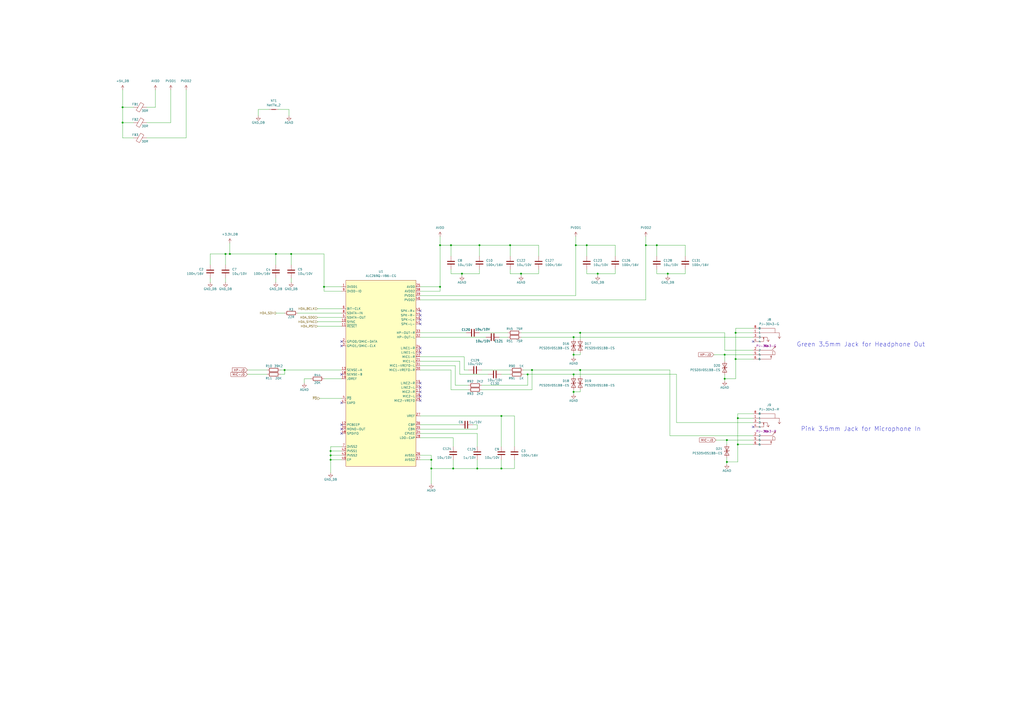
<source format=kicad_sch>
(kicad_sch (version 20250114) (generator "eeschema") (generator_version "9.0")
  (paper "A2")
  (title_block (title "LattePanda Mu Console") (date "2025-07-30") (rev "V1.0"))
  (lib_symbols
    (symbol "Device:C" (pin_numbers (hide yes)) (pin_names (offset 0.254))
      (property "Reference" "C" (at 0.635 2.54 0))
      (property "Value" "C" (at 0.635 -2.54 0))
      (symbol "C_0_1"
        (polyline (pts (xy -2.032 0.762) (xy 2.032 0.762)) (stroke (width 0.508)))
        (polyline (pts (xy -2.032 -0.762) (xy 2.032 -0.762)) (stroke (width 0.508)))
      )
      (symbol "C_1_1"
        (pin passive line (at 0 3.81 270) (length 2.794) (name "~") (number "1"))
        (pin passive line (at 0 -3.81 90) (length 2.794) (name "~") (number "2"))
      )
    )
    (symbol "Device:FerriteBead" (pin_numbers (hide yes)) (pin_names (offset 0))
      (property "Reference" "FB" (at -3.81 0.635 90))
      (property "Value" "FerriteBead" (at 3.81 0 90))
      (symbol "FerriteBead_0_1"
        (polyline (pts (xy -2.7686 0.4064) (xy -1.7018 2.2606) (xy 2.7686 -0.3048) (xy 1.6764 -2.159) (xy -2.7686 0.4064)))
        (polyline (pts (xy 0 1.27) (xy 0 1.2954)))
        (polyline (pts (xy 0 -1.27) (xy 0 -1.2192)))
      )
      (symbol "FerriteBead_1_1"
        (pin passive line (at 0 3.81 270) (length 2.54) (name "~") (number "1"))
        (pin passive line (at 0 -3.81 90) (length 2.54) (name "~") (number "2"))
      )
    )
    (symbol "Device:NetTie_2" (pin_numbers (hide yes)) (pin_names (offset 0) (hide yes)) (in_bom no)
      (property "Reference" "NT" (at 0 1.27 0))
      (property "Value" "NetTie_2" (at 0 -1.27 0))
      (symbol "NetTie_2_0_1"
        (polyline (pts (xy -1.27 0) (xy 1.27 0)) (stroke (width 0.254)))
      )
      (symbol "NetTie_2_1_1"
        (pin passive line (at -2.54 0 0) (length 2.54) (name "1") (number "1"))
        (pin passive line (at 2.54 0 180) (length 2.54) (name "2") (number "2"))
      )
    )
    (symbol "Device:R" (pin_numbers (hide yes)) (pin_names (offset 0))
      (property "Reference" "R" (at 2.032 0 90))
      (property "Value" "R" (at 0 0 90))
      (symbol "R_0_1"
        (rectangle (start -1.016 -2.54) (end 1.016 2.54) (stroke (width 0.254)))
      )
      (symbol "R_1_1"
        (pin passive line (at 0 3.81 270) (length 1.27) (name "~") (number "1"))
        (pin passive line (at 0 -3.81 90) (length 1.27) (name "~") (number "2"))
      )
    )
    (symbol "Diode:ESD9B5.0ST5G" (pin_numbers (hide yes)) (pin_names (offset 1.016) (hide yes))
      (property "Reference" "D" (at 0 2.54 0))
      (property "Value" "ESD9B5.0ST5G" (at 0 -2.54 0))
      (symbol "ESD9B5.0ST5G_0_1"
        (polyline (pts (xy -2.54 -1.27) (xy 0 0) (xy -2.54 1.27) (xy -2.54 -1.27)) (stroke (width 0.2032)))
        (polyline (pts (xy 0.508 1.27) (xy 0 1.27) (xy 0 -1.27) (xy -0.508 -1.27)) (stroke (width 0.2032)))
        (polyline (pts (xy 1.27 0) (xy -1.27 0)))
        (polyline (pts (xy 2.54 1.27) (xy 2.54 -1.27) (xy 0 0) (xy 2.54 1.27)) (stroke (width 0.2032)))
      )
      (symbol "ESD9B5.0ST5G_1_1"
        (pin passive line (at -3.81 0 0) (length 2.54) (name "A1") (number "1"))
        (pin passive line (at 3.81 0 180) (length 2.54) (name "A2") (number "2"))
      )
    )
    (symbol "easyeda2kicad:ALC269Q-VB6-CG"
      (property "Reference" "U" (at 0 2.032 0))
      (property "Value" "ALC269Q-VB6-CG" (at 0 0 0))
      (symbol "ALC269Q-VB6-CG_0_1"
        (rectangle (start -20.32 -1.27) (end 20.32 -109.22) (fill (type background)))
      )
      (symbol "ALC269Q-VB6-CG_1_1"
        (pin unspecified line (at -22.86 -5.08 0) (length 2.54) (name "DVDD1") (number "1"))
        (pin unspecified line (at -22.86 -7.62 0) (length 2.54) (name "DVDD-IO") (number "9"))
        (pin unspecified line (at -22.86 -17.78 0) (length 2.54) (name "BIT-CLK") (number "6"))
        (pin unspecified line (at -22.86 -20.32 0) (length 2.54) (name "SDATA-IN") (number "8"))
        (pin unspecified line (at -22.86 -22.86 0) (length 2.54) (name "SDATA-OUT") (number "5"))
        (pin unspecified line (at -22.86 -25.4 0) (length 2.54) (name "SYNC") (number "10"))
        (pin unspecified line (at -22.86 -27.94 0) (length 2.54) (name "~{RESET}") (number "11"))
        (pin unspecified line (at -22.86 -36.83 0) (length 2.54) (name "GPIO0/DMIC-DATA") (number "2"))
        (pin unspecified line (at -22.86 -39.37 0) (length 2.54) (name "GPIO1/DMIC-CLK") (number "3"))
        (pin unspecified line (at -22.86 -53.34 0) (length 2.54) (name "SENSE-A") (number "13"))
        (pin unspecified line (at -22.86 -55.88 0) (length 2.54) (name "SENSE-B") (number "18"))
        (pin unspecified line (at -22.86 -58.42 0) (length 2.54) (name "JDREF") (number "19"))
        (pin unspecified line (at -22.86 -69.85 0) (length 2.54) (name "~{PD}") (number "4"))
        (pin unspecified line (at -22.86 -72.39 0) (length 2.54) (name "EAPD") (number "47"))
        (pin unspecified line (at -22.86 -85.09 0) (length 2.54) (name "PCBEEP") (number "12"))
        (pin unspecified line (at -22.86 -87.63 0) (length 2.54) (name "MONO-OUT") (number "20"))
        (pin unspecified line (at -22.86 -90.17 0) (length 2.54) (name "SPDIFO") (number "48"))
        (pin unspecified line (at -22.86 -97.79 0) (length 2.54) (name "DVSS2") (number "7"))
        (pin unspecified line (at -22.86 -100.33 0) (length 2.54) (name "PVSS1") (number "42"))
        (pin unspecified line (at -22.86 -102.87 0) (length 2.54) (name "PVSS2") (number "43"))
        (pin unspecified line (at -22.86 -105.41 0) (length 2.54) (name "EP") (number "49"))
        (pin unspecified line (at 22.86 -5.08 180) (length 2.54) (name "AVDD") (number "25"))
        (pin unspecified line (at 22.86 -7.62 180) (length 2.54) (name "AVDD2") (number "38"))
        (pin unspecified line (at 22.86 -10.16 180) (length 2.54) (name "PVDD1") (number "39"))
        (pin unspecified line (at 22.86 -12.7 180) (length 2.54) (name "PVDD2") (number "46"))
        (pin unspecified line (at 22.86 -19.05 180) (length 2.54) (name "SPK-R+") (number "45"))
        (pin unspecified line (at 22.86 -21.59 180) (length 2.54) (name "SPK-R-") (number "44"))
        (pin unspecified line (at 22.86 -24.13 180) (length 2.54) (name "SPK-L+") (number "40"))
        (pin unspecified line (at 22.86 -26.67 180) (length 2.54) (name "SPK-L-") (number "41"))
        (pin unspecified line (at 22.86 -31.75 180) (length 2.54) (name "HP-OUT-R") (number "33"))
        (pin unspecified line (at 22.86 -34.29 180) (length 2.54) (name "HP-OUT-L") (number "32"))
        (pin unspecified line (at 22.86 -40.64 180) (length 2.54) (name "LINE1-R") (number "24"))
        (pin unspecified line (at 22.86 -43.18 180) (length 2.54) (name "LINE1-L") (number "23"))
        (pin unspecified line (at 22.86 -45.72 180) (length 2.54) (name "MIC1-R") (number "22"))
        (pin unspecified line (at 22.86 -48.26 180) (length 2.54) (name "MIC1-L") (number "21"))
        (pin unspecified line (at 22.86 -50.8 180) (length 2.54) (name "MIC1-VREFO-L") (number "31"))
        (pin unspecified line (at 22.86 -53.34 180) (length 2.54) (name "MIC1-VREFO-R") (number "30"))
        (pin unspecified line (at 22.86 -60.96 180) (length 2.54) (name "LINE2-R") (number "15"))
        (pin unspecified line (at 22.86 -63.5 180) (length 2.54) (name "LINE2-L") (number "14"))
        (pin unspecified line (at 22.86 -66.04 180) (length 2.54) (name "MIC2-R") (number "17"))
        (pin unspecified line (at 22.86 -68.58 180) (length 2.54) (name "MIC2-L") (number "16"))
        (pin unspecified line (at 22.86 -71.12 180) (length 2.54) (name "MIC2-VREFO") (number "29"))
        (pin unspecified line (at 22.86 -80.01 180) (length 2.54) (name "VREF") (number "27"))
        (pin unspecified line (at 22.86 -85.09 180) (length 2.54) (name "CBP") (number "36"))
        (pin unspecified line (at 22.86 -87.63 180) (length 2.54) (name "CBN") (number "35"))
        (pin unspecified line (at 22.86 -90.17 180) (length 2.54) (name "CPVEE") (number "34"))
        (pin unspecified line (at 22.86 -92.71 180) (length 2.54) (name "LDO-CAP") (number "28"))
        (pin unspecified line (at 22.86 -102.87 180) (length 2.54) (name "AVSS1") (number "26"))
        (pin unspecified line (at 22.86 -105.41 180) (length 2.54) (name "AVSS2") (number "37"))
      )
    )
    (symbol "easyeda2kicad:PJ-3043-R"
      (property "Reference" "U" (at 0 15.24 0))
      (property "Value" "PJ-3043-R" (at 0 -12.7 0))
      (symbol "PJ-3043-R_0_1"
        (polyline (pts (xy -7.62 4.32) (xy -8.38 5.33)))
        (polyline (pts (xy -7.62 4.32) (xy -6.86 5.33)))
        (polyline (pts (xy -5.33 -0.25) (xy -4.32 -0.76)))
        (polyline (pts (xy -5.08 -5.08) (xy -5.08 -3.56) (xy -4.32 -2.79) (xy -3.81 -2.79) (xy -3.81 -5.08)))
        (polyline (pts (xy -2.79 -5.59) (xy -2.54 -6.6)))
        (polyline (pts (xy -1.27 2.54) (xy -1.78 3.56)))
        (polyline (pts (xy 1.52 5.08) (xy 1.27 4.06)))
        (polyline (pts (xy 5.08 10.16) (xy -5.08 10.16) (xy -5.08 7.62)))
        (polyline (pts (xy 5.08 7.62) (xy -7.62 7.62) (xy -7.62 4.32)))
        (polyline (pts (xy 5.08 5.08) (xy -0.51 5.08) (xy -1.27 2.54) (xy -0.25 3.3)))
        (polyline (pts (xy 5.08 2.54) (xy 1.52 2.54) (xy 1.52 5.08) (xy 1.78 4.06)))
        (polyline (pts (xy 5.08 -2.54) (xy -3.3 -2.54) (xy -5.33 -0.25) (xy -5.08 -1.27)))
        (polyline (pts (xy 5.08 -5.08) (xy -4.32 -5.08) (xy -5.08 -5.08)))
        (polyline (pts (xy 5.08 -7.62) (xy -2.79 -7.62) (xy -2.79 -5.59) (xy -3.05 -6.6)))
        (pin unspecified line (at 7.62 10.16 180) (length 2.54) (name "8") (number "8"))
        (pin unspecified line (at 7.62 7.62 180) (length 2.54) (name "1") (number "1"))
        (pin unspecified line (at 7.62 5.08 180) (length 2.54) (name "3") (number "3"))
        (pin unspecified line (at 7.62 2.54 180) (length 2.54) (name "4") (number "4"))
        (pin unspecified line (at 7.62 -2.54 180) (length 2.54) (name "2") (number "2"))
        (pin unspecified line (at 7.62 -5.08 180) (length 2.54) (name "5") (number "5"))
        (pin unspecified line (at 7.62 -7.62 180) (length 2.54) (name "6") (number "6"))
      )
    )
    (symbol "power:+3.3V" (power) (pin_numbers (hide yes)) (pin_names (offset 0) (hide yes))
      (property "Value" "+3.3V" (at 0 3.556 0))
      (symbol "+3.3V_0_1"
        (polyline (pts (xy -0.762 1.27) (xy 0 2.54)))
        (polyline (pts (xy 0 2.54) (xy 0.762 1.27)))
        (polyline (pts (xy 0 0) (xy 0 2.54)))
      )
      (symbol "+3.3V_1_1"
        (pin power_in line (at 0 0 90) (length 0) (name "~") (number "1"))
      )
    )
    (symbol "power:GND" (power) (pin_numbers (hide yes)) (pin_names (offset 0) (hide yes))
      (property "Value" "GND" (at 0 -3.81 0))
      (symbol "GND_0_1"
        (polyline (pts (xy 0 0) (xy 0 -1.27) (xy 1.27 -1.27) (xy 0 -2.54) (xy -1.27 -1.27) (xy 0 -1.27)))
      )
      (symbol "GND_1_1"
        (pin power_in line (at 0 0 270) (length 0) (name "~") (number "1"))
      )
    )
  )
  (text "Pink 3.5mm Jack for Microphone In" (at 499.364 248.92 0) (effects (font (size 2.54 2.54))))
  (text "Green 3.5mm Jack for Headphone Out" (at 499.364 199.898 0) (effects (font (size 2.54 2.54))))
  (junction (at 336.55 193.04))
  (junction (at 426.72 193.04))
  (junction (at 336.55 214.63))
  (junction (at 165.1 214.63))
  (junction (at 187.96 166.37))
  (junction (at 295.91 142.24))
  (junction (at 427.99 242.57))
  (junction (at 133.35 147.32))
  (junction (at 421.64 255.27))
  (junction (at 160.02 147.32))
  (junction (at 332.74 227.33))
  (junction (at 420.37 205.74))
  (junction (at 255.27 166.37))
  (junction (at 278.13 142.24))
  (junction (at 420.37 219.71))
  (junction (at 332.74 205.74))
  (junction (at 332.74 195.58))
  (junction (at 276.86 271.78))
  (junction (at 334.01 142.24))
  (junction (at 302.26 158.75))
  (junction (at 308.61 214.63))
  (junction (at 261.62 142.24))
  (junction (at 290.83 241.3))
  (junction (at 374.65 142.24))
  (junction (at 250.19 271.78))
  (junction (at 421.64 267.97))
  (junction (at 267.97 158.75))
  (junction (at 306.07 217.17))
  (junction (at 191.77 261.62))
  (junction (at 340.36 142.24))
  (junction (at 426.72 208.28))
  (junction (at 290.83 271.78))
  (junction (at 71.12 62.23))
  (junction (at 427.99 257.81))
  (junction (at 191.77 266.7))
  (junction (at 71.12 71.12))
  (junction (at 332.74 217.17))
  (junction (at 381 142.24))
  (junction (at 168.91 147.32))
  (junction (at 255.27 142.24))
  (junction (at 130.81 147.32))
  (junction (at 250.19 266.7))
  (junction (at 387.35 158.75))
  (junction (at 346.71 158.75))
  (junction (at 191.77 264.16))
  (junction (at 262.89 271.78))
  (no_connect (at 198.12 200.66))
  (no_connect (at 198.12 233.68))
  (no_connect (at 243.84 180.34))
  (no_connect (at 198.12 217.17))
  (no_connect (at 243.84 185.42))
  (no_connect (at 198.12 246.38))
  (no_connect (at 436.88 198.12))
  (no_connect (at 243.84 182.88))
  (no_connect (at 436.88 247.65))
  (no_connect (at 243.84 227.33))
  (no_connect (at 243.84 229.87))
  (no_connect (at 243.84 204.47))
  (no_connect (at 243.84 222.25))
  (no_connect (at 243.84 201.93))
  (no_connect (at 243.84 224.79))
  (no_connect (at 243.84 232.41))
  (no_connect (at 198.12 248.92))
  (no_connect (at 198.12 251.46))
  (no_connect (at 243.84 187.96))
  (no_connect (at 198.12 198.12))
  (wire (pts (xy 420.37 203.2) (xy 436.88 203.2)))
  (wire (pts (xy 426.72 208.28) (xy 436.88 208.28)))
  (wire (pts (xy 71.12 62.23) (xy 71.12 71.12)))
  (wire (pts (xy 392.43 217.17) (xy 332.74 217.17)))
  (wire (pts (xy 172.72 181.61) (xy 198.12 181.61)))
  (wire (pts (xy 191.77 274.32) (xy 191.77 266.7)))
  (wire (pts (xy 264.16 223.52) (xy 271.78 223.52)))
  (wire (pts (xy 356.87 142.24) (xy 356.87 148.59)))
  (wire (pts (xy 332.74 195.58) (xy 436.88 195.58)))
  (wire (pts (xy 255.27 142.24) (xy 261.62 142.24)))
  (wire (pts (xy 278.13 156.21) (xy 278.13 158.75)))
  (wire (pts (xy 312.42 156.21) (xy 312.42 158.75)))
  (wire (pts (xy 427.99 257.81) (xy 436.88 257.81)))
  (wire (pts (xy 187.96 219.71) (xy 198.12 219.71)))
  (wire (pts (xy 184.15 184.15) (xy 198.12 184.15)))
  (wire (pts (xy 308.61 214.63) (xy 336.55 214.63)))
  (wire (pts (xy 85.09 80.01) (xy 107.95 80.01)))
  (wire (pts (xy 421.64 255.27) (xy 421.64 257.81)))
  (wire (pts (xy 261.62 214.63) (xy 261.62 226.06)))
  (wire (pts (xy 262.89 266.7) (xy 262.89 271.78)))
  (wire (pts (xy 279.4 214.63) (xy 295.91 214.63)))
  (wire (pts (xy 290.83 241.3) (xy 243.84 241.3)))
  (wire (pts (xy 415.29 255.27) (xy 421.64 255.27)))
  (wire (pts (xy 346.71 158.75) (xy 356.87 158.75)))
  (wire (pts (xy 346.71 158.75) (xy 346.71 160.02)))
  (wire (pts (xy 243.84 193.04) (xy 270.51 193.04)))
  (wire (pts (xy 269.24 214.63) (xy 271.78 214.63)))
  (wire (pts (xy 121.92 163.83) (xy 121.92 161.29)))
  (wire (pts (xy 278.13 193.04) (xy 294.64 193.04)))
  (wire (pts (xy 184.15 186.69) (xy 198.12 186.69)))
  (wire (pts (xy 312.42 148.59) (xy 312.42 142.24)))
  (wire (pts (xy 356.87 156.21) (xy 356.87 158.75)))
  (wire (pts (xy 290.83 241.3) (xy 298.45 241.3)))
  (wire (pts (xy 332.74 205.74) (xy 332.74 207.01)))
  (wire (pts (xy 392.43 245.11) (xy 436.88 245.11)))
  (wire (pts (xy 334.01 137.16) (xy 334.01 142.24)))
  (wire (pts (xy 266.7 217.17) (xy 283.21 217.17)))
  (wire (pts (xy 276.86 271.78) (xy 262.89 271.78)))
  (wire (pts (xy 165.1 214.63) (xy 198.12 214.63)))
  (wire (pts (xy 388.62 214.63) (xy 336.55 214.63)))
  (wire (pts (xy 421.64 267.97) (xy 427.99 267.97)))
  (wire (pts (xy 269.24 207.01) (xy 269.24 214.63)))
  (wire (pts (xy 426.72 208.28) (xy 426.72 219.71)))
  (wire (pts (xy 261.62 142.24) (xy 261.62 148.59)))
  (wire (pts (xy 198.12 168.91) (xy 187.96 168.91)))
  (wire (pts (xy 340.36 158.75) (xy 346.71 158.75)))
  (wire (pts (xy 332.74 227.33) (xy 332.74 228.6)))
  (wire (pts (xy 420.37 219.71) (xy 420.37 220.98)))
  (wire (pts (xy 255.27 166.37) (xy 255.27 142.24)))
  (wire (pts (xy 243.84 264.16) (xy 250.19 264.16)))
  (wire (pts (xy 302.26 195.58) (xy 332.74 195.58)))
  (wire (pts (xy 274.32 246.38) (xy 276.86 246.38)))
  (wire (pts (xy 255.27 137.16) (xy 255.27 142.24)))
  (wire (pts (xy 388.62 252.73) (xy 388.62 214.63)))
  (wire (pts (xy 332.74 195.58) (xy 332.74 196.85)))
  (wire (pts (xy 243.84 166.37) (xy 255.27 166.37)))
  (wire (pts (xy 336.55 205.74) (xy 332.74 205.74)))
  (wire (pts (xy 302.26 158.75) (xy 312.42 158.75)))
  (wire (pts (xy 85.09 62.23) (xy 90.17 62.23)))
  (wire (pts (xy 243.84 195.58) (xy 281.94 195.58)))
  (wire (pts (xy 334.01 142.24) (xy 340.36 142.24)))
  (wire (pts (xy 420.37 193.04) (xy 336.55 193.04)))
  (wire (pts (xy 295.91 156.21) (xy 295.91 158.75)))
  (wire (pts (xy 167.64 63.5) (xy 161.29 63.5)))
  (wire (pts (xy 397.51 156.21) (xy 397.51 158.75)))
  (wire (pts (xy 168.91 163.83) (xy 168.91 161.29)))
  (wire (pts (xy 176.53 222.25) (xy 176.53 219.71)))
  (wire (pts (xy 295.91 142.24) (xy 295.91 148.59)))
  (wire (pts (xy 332.74 204.47) (xy 332.74 205.74)))
  (wire (pts (xy 243.84 266.7) (xy 250.19 266.7)))
  (wire (pts (xy 295.91 142.24) (xy 278.13 142.24)))
  (wire (pts (xy 298.45 259.08) (xy 298.45 241.3)))
  (wire (pts (xy 243.84 212.09) (xy 264.16 212.09)))
  (wire (pts (xy 381 156.21) (xy 381 158.75)))
  (wire (pts (xy 133.35 147.32) (xy 130.81 147.32)))
  (wire (pts (xy 276.86 266.7) (xy 276.86 271.78)))
  (wire (pts (xy 243.84 209.55) (xy 266.7 209.55)))
  (wire (pts (xy 130.81 161.29) (xy 130.81 163.83)))
  (wire (pts (xy 427.99 240.03) (xy 427.99 242.57)))
  (wire (pts (xy 262.89 254) (xy 243.84 254)))
  (wire (pts (xy 149.86 63.5) (xy 156.21 63.5)))
  (wire (pts (xy 420.37 203.2) (xy 420.37 193.04)))
  (wire (pts (xy 167.64 67.31) (xy 167.64 63.5)))
  (wire (pts (xy 191.77 261.62) (xy 191.77 264.16)))
  (wire (pts (xy 302.26 193.04) (xy 336.55 193.04)))
  (wire (pts (xy 381 158.75) (xy 387.35 158.75)))
  (wire (pts (xy 276.86 251.46) (xy 243.84 251.46)))
  (wire (pts (xy 290.83 241.3) (xy 290.83 259.08)))
  (wire (pts (xy 71.12 71.12) (xy 77.47 71.12)))
  (wire (pts (xy 162.56 214.63) (xy 165.1 214.63)))
  (wire (pts (xy 298.45 271.78) (xy 290.83 271.78)))
  (wire (pts (xy 420.37 205.74) (xy 436.88 205.74)))
  (wire (pts (xy 420.37 217.17) (xy 420.37 219.71)))
  (wire (pts (xy 71.12 71.12) (xy 71.12 80.01)))
  (wire (pts (xy 298.45 266.7) (xy 298.45 271.78)))
  (wire (pts (xy 303.53 214.63) (xy 308.61 214.63)))
  (wire (pts (xy 336.55 227.33) (xy 332.74 227.33)))
  (wire (pts (xy 278.13 142.24) (xy 278.13 148.59)))
  (wire (pts (xy 71.12 62.23) (xy 71.12 52.07)))
  (wire (pts (xy 397.51 142.24) (xy 381 142.24)))
  (wire (pts (xy 261.62 158.75) (xy 267.97 158.75)))
  (wire (pts (xy 374.65 137.16) (xy 374.65 142.24)))
  (wire (pts (xy 243.84 214.63) (xy 261.62 214.63)))
  (wire (pts (xy 421.64 255.27) (xy 436.88 255.27)))
  (wire (pts (xy 336.55 193.04) (xy 336.55 196.85)))
  (wire (pts (xy 276.86 271.78) (xy 290.83 271.78)))
  (wire (pts (xy 250.19 271.78) (xy 250.19 280.67)))
  (wire (pts (xy 160.02 147.32) (xy 168.91 147.32)))
  (wire (pts (xy 312.42 142.24) (xy 295.91 142.24)))
  (wire (pts (xy 340.36 142.24) (xy 356.87 142.24)))
  (wire (pts (xy 267.97 158.75) (xy 278.13 158.75)))
  (wire (pts (xy 130.81 147.32) (xy 130.81 153.67)))
  (wire (pts (xy 290.83 217.17) (xy 295.91 217.17)))
  (wire (pts (xy 187.96 166.37) (xy 187.96 147.32)))
  (wire (pts (xy 414.02 205.74) (xy 420.37 205.74)))
  (wire (pts (xy 261.62 226.06) (xy 271.78 226.06)))
  (wire (pts (xy 133.35 147.32) (xy 160.02 147.32)))
  (wire (pts (xy 168.91 147.32) (xy 187.96 147.32)))
  (wire (pts (xy 306.07 217.17) (xy 332.74 217.17)))
  (wire (pts (xy 165.1 217.17) (xy 165.1 214.63)))
  (wire (pts (xy 279.4 223.52) (xy 306.07 223.52)))
  (wire (pts (xy 191.77 266.7) (xy 198.12 266.7)))
  (wire (pts (xy 250.19 264.16) (xy 250.19 266.7)))
  (wire (pts (xy 160.02 181.61) (xy 165.1 181.61)))
  (wire (pts (xy 162.56 217.17) (xy 165.1 217.17)))
  (wire (pts (xy 381 142.24) (xy 381 148.59)))
  (wire (pts (xy 149.86 63.5) (xy 149.86 67.31)))
  (wire (pts (xy 279.4 226.06) (xy 308.61 226.06)))
  (wire (pts (xy 198.12 261.62) (xy 191.77 261.62)))
  (wire (pts (xy 176.53 219.71) (xy 180.34 219.71)))
  (wire (pts (xy 160.02 147.32) (xy 160.02 153.67)))
  (wire (pts (xy 243.84 173.99) (xy 374.65 173.99)))
  (wire (pts (xy 332.74 226.06) (xy 332.74 227.33)))
  (wire (pts (xy 295.91 158.75) (xy 302.26 158.75)))
  (wire (pts (xy 308.61 226.06) (xy 308.61 214.63)))
  (wire (pts (xy 420.37 205.74) (xy 420.37 209.55)))
  (wire (pts (xy 420.37 219.71) (xy 426.72 219.71)))
  (wire (pts (xy 243.84 246.38) (xy 266.7 246.38)))
  (wire (pts (xy 334.01 171.45) (xy 243.84 171.45)))
  (wire (pts (xy 267.97 158.75) (xy 267.97 160.02)))
  (wire (pts (xy 187.96 168.91) (xy 187.96 166.37)))
  (wire (pts (xy 184.15 179.07) (xy 198.12 179.07)))
  (wire (pts (xy 426.72 193.04) (xy 436.88 193.04)))
  (wire (pts (xy 427.99 242.57) (xy 427.99 257.81)))
  (wire (pts (xy 336.55 214.63) (xy 336.55 218.44)))
  (wire (pts (xy 306.07 223.52) (xy 306.07 217.17)))
  (wire (pts (xy 374.65 142.24) (xy 381 142.24)))
  (wire (pts (xy 243.84 248.92) (xy 276.86 248.92)))
  (wire (pts (xy 336.55 204.47) (xy 336.55 205.74)))
  (wire (pts (xy 99.06 52.07) (xy 99.06 71.12)))
  (wire (pts (xy 334.01 142.24) (xy 334.01 171.45)))
  (wire (pts (xy 427.99 257.81) (xy 427.99 267.97)))
  (wire (pts (xy 261.62 156.21) (xy 261.62 158.75)))
  (wire (pts (xy 266.7 209.55) (xy 266.7 217.17)))
  (wire (pts (xy 184.15 189.23) (xy 198.12 189.23)))
  (wire (pts (xy 107.95 80.01) (xy 107.95 52.07)))
  (wire (pts (xy 374.65 142.24) (xy 374.65 173.99)))
  (wire (pts (xy 340.36 142.24) (xy 340.36 148.59)))
  (wire (pts (xy 290.83 266.7) (xy 290.83 271.78)))
  (wire (pts (xy 198.12 259.08) (xy 191.77 259.08)))
  (wire (pts (xy 130.81 147.32) (xy 121.92 147.32)))
  (wire (pts (xy 387.35 158.75) (xy 397.51 158.75)))
  (wire (pts (xy 421.64 265.43) (xy 421.64 267.97)))
  (wire (pts (xy 198.12 166.37) (xy 187.96 166.37)))
  (wire (pts (xy 397.51 148.59) (xy 397.51 142.24)))
  (wire (pts (xy 85.09 71.12) (xy 99.06 71.12)))
  (wire (pts (xy 388.62 252.73) (xy 436.88 252.73)))
  (wire (pts (xy 90.17 62.23) (xy 90.17 52.07)))
  (wire (pts (xy 168.91 147.32) (xy 168.91 153.67)))
  (wire (pts (xy 255.27 168.91) (xy 255.27 166.37)))
  (wire (pts (xy 185.42 231.14) (xy 198.12 231.14)))
  (wire (pts (xy 426.72 190.5) (xy 426.72 193.04)))
  (wire (pts (xy 426.72 190.5) (xy 436.88 190.5)))
  (wire (pts (xy 427.99 242.57) (xy 436.88 242.57)))
  (wire (pts (xy 71.12 80.01) (xy 77.47 80.01)))
  (wire (pts (xy 243.84 207.01) (xy 269.24 207.01)))
  (wire (pts (xy 191.77 259.08) (xy 191.77 261.62)))
  (wire (pts (xy 332.74 217.17) (xy 332.74 218.44)))
  (wire (pts (xy 392.43 245.11) (xy 392.43 217.17)))
  (wire (pts (xy 198.12 264.16) (xy 191.77 264.16)))
  (wire (pts (xy 250.19 271.78) (xy 262.89 271.78)))
  (wire (pts (xy 160.02 161.29) (xy 160.02 163.83)))
  (wire (pts (xy 302.26 158.75) (xy 302.26 160.02)))
  (wire (pts (xy 71.12 62.23) (xy 77.47 62.23)))
  (wire (pts (xy 421.64 267.97) (xy 421.64 269.24)))
  (wire (pts (xy 191.77 264.16) (xy 191.77 266.7)))
  (wire (pts (xy 264.16 212.09) (xy 264.16 223.52)))
  (wire (pts (xy 426.72 193.04) (xy 426.72 208.28)))
  (wire (pts (xy 276.86 259.08) (xy 276.86 251.46)))
  (wire (pts (xy 289.56 195.58) (xy 294.64 195.58)))
  (wire (pts (xy 427.99 240.03) (xy 436.88 240.03)))
  (wire (pts (xy 143.51 214.63) (xy 154.94 214.63)))
  (wire (pts (xy 261.62 142.24) (xy 278.13 142.24)))
  (wire (pts (xy 276.86 246.38) (xy 276.86 248.92)))
  (wire (pts (xy 243.84 168.91) (xy 255.27 168.91)))
  (wire (pts (xy 121.92 147.32) (xy 121.92 153.67)))
  (wire (pts (xy 133.35 140.97) (xy 133.35 147.32)))
  (wire (pts (xy 143.51 217.17) (xy 154.94 217.17)))
  (wire (pts (xy 303.53 217.17) (xy 306.07 217.17)))
  (wire (pts (xy 387.35 158.75) (xy 387.35 160.02)))
  (wire (pts (xy 262.89 259.08) (xy 262.89 254)))
  (wire (pts (xy 336.55 226.06) (xy 336.55 227.33)))
  (wire (pts (xy 250.19 266.7) (xy 250.19 271.78)))
  (wire (pts (xy 340.36 156.21) (xy 340.36 158.75)))
  (global_label "HP-JD" (shape input) (at 414.02 205.74 180) (property "Intersheetrefs" "${INTERSHEET_REFS}" (effects (hide yes))))
  (global_label "HP-JD" (shape input) (at 143.51 214.63 180) (property "Intersheetrefs" "${INTERSHEET_REFS}" (effects (hide yes))))
  (global_label "MIC-JD" (shape input) (at 415.29 255.27 180) (property "Intersheetrefs" "${INTERSHEET_REFS}" (effects (hide yes))))
  (global_label "MIC-JD" (shape input) (at 143.51 217.17 180) (property "Intersheetrefs" "${INTERSHEET_REFS}" (effects (hide yes))))
  (hierarchical_label "HDA_BCLK" (shape input) (at 184.15 179.07 180))
  (hierarchical_label "HDA_SYNC" (shape input) (at 184.15 186.69 180))
  (hierarchical_label "HDA_RST" (shape input) (at 184.15 189.23 180))
  (hierarchical_label "~{PD}" (shape input) (at 185.42 231.14 180))
  (hierarchical_label "HDA_SDO" (shape input) (at 184.15 184.15 180))
  (hierarchical_label "HDA_SDI" (shape output) (at 160.02 181.61 180))
  (symbol (lib_id "Device:C") (at 121.92 157.48 0) (mirror y) (unit 1)
    (property "Reference" "C2" (at 118.11 156.2099 0) (effects (justify left)))
    (property "Value" "100n/16V" (at 118.11 158.7499 0) (effects (justify left)))
    (property "Footprint" "Capacitor_SMD:C_0402_1005Metric" (effects (hide yes)))
    (property "Description" "Unpolarized capacitor" (effects (hide yes)))
    (property "DDD Stock" "No" (effects (hide yes)))
    (property "In Stock" "No" (effects (hide yes)))
    (property "LCSC Part" "C76698" (effects (hide yes)))
  )
  (symbol (lib_id "Diode:ESD9B5.0ST5G") (at 421.64 261.62 270) (mirror x) (unit 1)
    (property "Reference" "D21" (at 419.1 260.3499 90) (effects (justify right)))
    (property "Value" "PESD5V0S1BB-ES" (at 419.1 262.8899 90) (effects (justify right)))
    (property "Footprint" "Diode_SMD:D_SOD-523" (effects (hide yes)))
    (property "Description" "ESD protection diode, 5.0Vrwm, SOD-523" (effects (hide yes)))
    (property "LCSC Part" "C5199184" (effects (hide yes)))
    (property "MPN" "PESD5V0S1BB-ES" (effects (hide yes)))
    (property "DDD Stock" "No" (effects (hide yes)))
    (property "In Stock" "No" (effects (hide yes)))
  )
  (symbol (lib_id "Device:C") (at 298.45 262.89 0) (unit 1)
    (property "Reference" "C3" (at 302.26 261.6199 0) (effects (justify left)))
    (property "Value" "100n/16V" (at 302.26 264.1599 0) (effects (justify left)))
    (property "Footprint" "Capacitor_SMD:C_0402_1005Metric" (effects (hide yes)))
    (property "Description" "Unpolarized capacitor" (effects (hide yes)))
    (property "DDD Stock" "No" (effects (hide yes)))
    (property "In Stock" "No" (effects (hide yes)))
    (property "LCSC Part" "C76698" (effects (hide yes)))
  )
  (symbol (lib_id "power:GND") (at 176.53 222.25 0) (unit 1)
    (property "Reference" "#PWR0145" (effects (hide yes)))
    (property "Value" "AGND" (at 176.53 226.06 0))
    (property "Description" "Power symbol creates a global label with name \"GND\" , ground" (effects (hide yes)))
  )
  (symbol (lib_id "Diode:ESD9B5.0ST5G") (at 336.55 222.25 90) (unit 1)
    (property "Reference" "D19" (at 339.09 220.9799 90) (effects (justify right)))
    (property "Value" "PESD5V0S1BB-ES" (at 339.09 223.5199 90) (effects (justify right)))
    (property "Footprint" "Diode_SMD:D_SOD-523" (effects (hide yes)))
    (property "Description" "ESD protection diode, 5.0Vrwm, SOD-523" (effects (hide yes)))
    (property "LCSC Part" "C5199184" (effects (hide yes)))
    (property "MPN" "PESD5V0S1BB-ES" (effects (hide yes)))
    (property "DDD Stock" "No" (effects (hide yes)))
    (property "In Stock" "No" (effects (hide yes)))
  )
  (symbol (lib_id "Device:C") (at 340.36 152.4 0) (unit 1)
    (property "Reference" "C123" (at 344.17 151.1299 0) (effects (justify left)))
    (property "Value" "10u/10V" (at 344.17 153.6699 0) (effects (justify left)))
    (property "Footprint" "Capacitor_SMD:C_0402_1005Metric" (effects (hide yes)))
    (property "Description" "Unpolarized capacitor" (effects (hide yes)))
    (property "DDD Stock" "No" (effects (hide yes)))
    (property "In Stock" "No" (effects (hide yes)))
    (property "LCSC Part" "C5252392" (effects (hide yes)))
  )
  (symbol (lib_id "Device:C") (at 312.42 152.4 0) (unit 1)
    (property "Reference" "C127" (at 316.23 151.1299 0) (effects (justify left)))
    (property "Value" "100n/16V" (at 316.23 153.6699 0) (effects (justify left)))
    (property "Footprint" "Capacitor_SMD:C_0402_1005Metric" (effects (hide yes)))
    (property "Description" "Unpolarized capacitor" (effects (hide yes)))
    (property "DDD Stock" "No" (effects (hide yes)))
    (property "In Stock" "No" (effects (hide yes)))
    (property "LCSC Part" "C76698" (effects (hide yes)))
  )
  (symbol (lib_id "easyeda2kicad:ALC269Q-VB6-CG") (at 220.98 161.29 0) (unit 1)
    (property "Reference" "U1" (at 220.98 157.48 0))
    (property "Value" "ALC269Q-VB6-CG" (at 220.98 160.02 0))
    (property "Footprint" "Package_DFN_QFN:QFN-48-1EP_6x6mm_P0.4mm_EP4.2x4.2mm" (effects (hide yes)))
    (property "DDD Stock" "No" (effects (hide yes)))
    (property "In Stock" "No" (effects (hide yes)))
    (property "LCSC Part" "N/A" (effects (hide yes)))
    (property "MPN" "ALC269Q-VB6-CG" (effects (hide yes)))
  )
  (symbol (lib_id "power:GND") (at 421.64 269.24 0) (unit 1)
    (property "Reference" "#PWR0150" (effects (hide yes)))
    (property "Value" "AGND" (at 421.64 273.05 0))
    (property "Description" "Power symbol creates a global label with name \"GND\" , ground" (effects (hide yes)))
  )
  (symbol (lib_id "power:GND") (at 387.35 160.02 0) (mirror y) (unit 1)
    (property "Reference" "#PWR0115" (effects (hide yes)))
    (property "Value" "GND_DB" (at 387.35 163.83 0))
    (property "Description" "Power symbol creates a global label with name \"GND\" , ground" (effects (hide yes)))
  )
  (symbol (lib_id "power:+3.3V") (at 99.06 52.07 0) (unit 1)
    (property "Reference" "#PWR0114" (effects (hide yes)))
    (property "Value" "PVDD1" (at 99.06 46.99 0))
    (property "Description" "Power symbol creates a global label with name \"+3.3V\"" (effects (hide yes)))
  )
  (symbol (lib_id "Device:R") (at 158.75 214.63 90) (mirror x) (unit 1)
    (property "Reference" "R10" (at 155.956 212.344 90))
    (property "Value" "39K2" (at 161.544 212.344 90))
    (property "Footprint" "Resistor_SMD:R_0603_1608Metric" (effects (hide yes)))
    (property "Description" "Resistor" (effects (hide yes)))
    (property "DDD Stock" "No" (effects (hide yes)))
    (property "In Stock" "No" (effects (hide yes)))
    (property "MPN" "0603WAF3922T5E" (effects (hide yes)))
    (property "LCSC Part" "C23037" (effects (hide yes)))
  )
  (symbol (lib_id "Diode:ESD9B5.0ST5G") (at 420.37 213.36 270) (mirror x) (unit 1)
    (property "Reference" "D20" (at 417.83 212.0899 90) (effects (justify right)))
    (property "Value" "PESD5V0S1BB-ES" (at 417.83 214.6299 90) (effects (justify right)))
    (property "Footprint" "Diode_SMD:D_SOD-523" (effects (hide yes)))
    (property "Description" "ESD protection diode, 5.0Vrwm, SOD-523" (effects (hide yes)))
    (property "LCSC Part" "C5199184" (effects (hide yes)))
    (property "MPN" "PESD5V0S1BB-ES" (effects (hide yes)))
    (property "DDD Stock" "No" (effects (hide yes)))
    (property "In Stock" "No" (effects (hide yes)))
  )
  (symbol (lib_id "Device:C") (at 261.62 152.4 0) (unit 1)
    (property "Reference" "C8" (at 265.43 151.1299 0) (effects (justify left)))
    (property "Value" "10u/10V" (at 265.43 153.6699 0) (effects (justify left)))
    (property "Footprint" "Capacitor_SMD:C_0402_1005Metric" (effects (hide yes)))
    (property "Description" "Unpolarized capacitor" (effects (hide yes)))
    (property "DDD Stock" "No" (effects (hide yes)))
    (property "In Stock" "No" (effects (hide yes)))
    (property "LCSC Part" "C5252392" (effects (hide yes)))
  )
  (symbol (lib_id "Device:C") (at 287.02 217.17 270) (unit 1)
    (property "Reference" "C130" (at 287.02 222.504 90))
    (property "Value" "10u/10V" (at 287.02 220.472 90))
    (property "Footprint" "Capacitor_SMD:C_0402_1005Metric" (effects (hide yes)))
    (property "Description" "Unpolarized capacitor" (effects (hide yes)))
    (property "DDD Stock" "No" (effects (hide yes)))
    (property "In Stock" "No" (effects (hide yes)))
    (property "LCSC Part" "C5252392" (effects (hide yes)))
  )
  (symbol (lib_id "power:+3.3V") (at 133.35 140.97 0) (unit 1)
    (property "Reference" "#PWR0117" (effects (hide yes)))
    (property "Value" "+3.3V_DB" (at 133.35 135.89 0))
    (property "Description" "Power symbol creates a global label with name \"+3.3V\"" (effects (hide yes)))
  )
  (symbol (lib_id "Device:C") (at 130.81 157.48 0) (unit 1)
    (property "Reference" "C7" (at 134.62 156.2099 0) (effects (justify left)))
    (property "Value" "10u/10V" (at 134.62 158.7499 0) (effects (justify left)))
    (property "Footprint" "Capacitor_SMD:C_0402_1005Metric" (effects (hide yes)))
    (property "Description" "Unpolarized capacitor" (effects (hide yes)))
    (property "DDD Stock" "No" (effects (hide yes)))
    (property "In Stock" "No" (effects (hide yes)))
    (property "LCSC Part" "C5252392" (effects (hide yes)))
  )
  (symbol (lib_id "Device:C") (at 160.02 157.48 0) (mirror y) (unit 1)
    (property "Reference" "C4" (at 156.972 156.464 0) (effects (justify left)))
    (property "Value" "100n/16V" (at 156.972 158.75 0) (effects (justify left)))
    (property "Footprint" "Capacitor_SMD:C_0402_1005Metric" (effects (hide yes)))
    (property "Description" "Unpolarized capacitor" (effects (hide yes)))
    (property "DDD Stock" "No" (effects (hide yes)))
    (property "In Stock" "No" (effects (hide yes)))
    (property "LCSC Part" "C76698" (effects (hide yes)))
  )
  (symbol (lib_id "power:GND") (at 130.81 163.83 0) (unit 1)
    (property "Reference" "#PWR010" (effects (hide yes)))
    (property "Value" "GND_DB" (at 130.81 167.64 0))
    (property "Description" "Power symbol creates a global label with name \"GND\" , ground" (effects (hide yes)))
  )
  (symbol (lib_id "Diode:ESD9B5.0ST5G") (at 332.74 222.25 270) (mirror x) (unit 1)
    (property "Reference" "D18" (at 330.2 220.9799 90) (effects (justify right)))
    (property "Value" "PESD5V0S1BB-ES" (at 330.2 223.5199 90) (effects (justify right)))
    (property "Footprint" "Diode_SMD:D_SOD-523" (effects (hide yes)))
    (property "Description" "ESD protection diode, 5.0Vrwm, SOD-523" (effects (hide yes)))
    (property "LCSC Part" "C5199184" (effects (hide yes)))
    (property "MPN" "PESD5V0S1BB-ES" (effects (hide yes)))
    (property "DDD Stock" "No" (effects (hide yes)))
    (property "In Stock" "No" (effects (hide yes)))
  )
  (symbol (lib_id "Device:R") (at 275.59 226.06 90) (unit 1)
    (property "Reference" "R93" (at 272.796 228.346 90))
    (property "Value" "2K2" (at 278.384 228.346 90))
    (property "Footprint" "Resistor_SMD:R_0603_1608Metric" (effects (hide yes)))
    (property "Description" "Resistor" (effects (hide yes)))
    (property "DDD Stock" "Yes" (effects (hide yes)))
    (property "MPN" "0603WAF2201T5E" (effects (hide yes)))
    (property "LCSC Part" "C4190" (effects (hide yes)))
  )
  (symbol (lib_id "power:GND") (at 302.26 160.02 0) (unit 1)
    (property "Reference" "#PWR0122" (effects (hide yes)))
    (property "Value" "AGND" (at 302.26 163.83 0))
    (property "Description" "Power symbol creates a global label with name \"GND\" , ground" (effects (hide yes)))
  )
  (symbol (lib_id "power:GND") (at 149.86 67.31 0) (unit 1)
    (property "Reference" "#PWR094" (effects (hide yes)))
    (property "Value" "GND_DB" (at 149.86 71.12 0))
    (property "Description" "Power symbol creates a global label with name \"GND\" , ground" (effects (hide yes)))
  )
  (symbol (lib_id "Device:C") (at 356.87 152.4 0) (unit 1)
    (property "Reference" "C126" (at 360.68 151.1299 0) (effects (justify left)))
    (property "Value" "100n/16V" (at 360.68 153.6699 0) (effects (justify left)))
    (property "Footprint" "Capacitor_SMD:C_0402_1005Metric" (effects (hide yes)))
    (property "Description" "Unpolarized capacitor" (effects (hide yes)))
    (property "DDD Stock" "No" (effects (hide yes)))
    (property "In Stock" "No" (effects (hide yes)))
    (property "LCSC Part" "C76698" (effects (hide yes)))
  )
  (symbol (lib_id "power:GND") (at 168.91 163.83 0) (unit 1)
    (property "Reference" "#PWR012" (effects (hide yes)))
    (property "Value" "GND_DB" (at 168.91 167.64 0))
    (property "Description" "Power symbol creates a global label with name \"GND\" , ground" (effects (hide yes)))
  )
  (symbol (lib_id "power:+3.3V") (at 334.01 137.16 0) (unit 1)
    (property "Reference" "#PWR0123" (effects (hide yes)))
    (property "Value" "PVDD1" (at 334.01 132.08 0))
    (property "Description" "Power symbol creates a global label with name \"+3.3V\"" (effects (hide yes)))
  )
  (symbol (lib_id "power:GND") (at 191.77 274.32 0) (mirror y) (unit 1)
    (property "Reference" "#PWR0147" (effects (hide yes)))
    (property "Value" "GND_DB" (at 191.77 278.13 0))
    (property "Description" "Power symbol creates a global label with name \"GND\" , ground" (effects (hide yes)))
  )
  (symbol (lib_id "Device:C") (at 168.91 157.48 0) (unit 1)
    (property "Reference" "C5" (at 172.72 156.2099 0) (effects (justify left)))
    (property "Value" "10u/10V" (at 172.72 158.7499 0) (effects (justify left)))
    (property "Footprint" "Capacitor_SMD:C_0402_1005Metric" (effects (hide yes)))
    (property "Description" "Unpolarized capacitor" (effects (hide yes)))
    (property "DDD Stock" "No" (effects (hide yes)))
    (property "In Stock" "No" (effects (hide yes)))
    (property "LCSC Part" "C5252392" (effects (hide yes)))
  )
  (symbol (lib_id "easyeda2kicad:PJ-3043-R") (at 444.5 200.66 0) (mirror y) (unit 1)
    (property "Reference" "J8" (at 446.15 185.42 0))
    (property "Value" "PJ-3043-G" (at 446.15 187.96 0))
    (property "Footprint" "easyeda2kicad:AUDIO-TH_XKB_PJ-3043-R" (effects (hide yes)))
    (property "LCSC Part" "C2884996" (effects (hide yes)))
    (property "MPN" "PJ-3043-G" (at 444.5 200.66 0))
    (property "DDD Stock" "No" (at 444.5 200.66 0))
    (property "In Stock" "No" (at 444.5 200.66 0))
  )
  (symbol (lib_id "power:GND") (at 332.74 228.6 0) (unit 1)
    (property "Reference" "#PWR0129" (effects (hide yes)))
    (property "Value" "AGND" (at 332.74 232.41 0))
    (property "Description" "Power symbol creates a global label with name \"GND\" , ground" (effects (hide yes)))
  )
  (symbol (lib_id "Device:C") (at 381 152.4 0) (unit 1)
    (property "Reference" "C128" (at 384.81 151.1299 0) (effects (justify left)))
    (property "Value" "10u/10V" (at 384.81 153.6699 0) (effects (justify left)))
    (property "Footprint" "Capacitor_SMD:C_0402_1005Metric" (effects (hide yes)))
    (property "Description" "Unpolarized capacitor" (effects (hide yes)))
    (property "DDD Stock" "No" (effects (hide yes)))
    (property "In Stock" "No" (effects (hide yes)))
    (property "LCSC Part" "C5252392" (effects (hide yes)))
  )
  (symbol (lib_id "Device:C") (at 262.89 262.89 0) (mirror y) (unit 1)
    (property "Reference" "C124" (at 261.874 260.35 0) (effects (justify left)))
    (property "Value" "10u/10V" (at 262.128 265.43 0) (effects (justify left)))
    (property "Footprint" "Capacitor_SMD:C_0402_1005Metric" (effects (hide yes)))
    (property "Description" "Unpolarized capacitor" (effects (hide yes)))
    (property "DDD Stock" "No" (effects (hide yes)))
    (property "In Stock" "No" (effects (hide yes)))
    (property "LCSC Part" "C5252392" (effects (hide yes)))
  )
  (symbol (lib_id "Device:C") (at 278.13 152.4 0) (unit 1)
    (property "Reference" "C10" (at 281.94 151.1299 0) (effects (justify left)))
    (property "Value" "100n/16V" (at 281.94 153.6699 0) (effects (justify left)))
    (property "Footprint" "Capacitor_SMD:C_0402_1005Metric" (effects (hide yes)))
    (property "Description" "Unpolarized capacitor" (effects (hide yes)))
    (property "DDD Stock" "No" (effects (hide yes)))
    (property "In Stock" "No" (effects (hide yes)))
    (property "LCSC Part" "C76698" (effects (hide yes)))
  )
  (symbol (lib_id "Device:C") (at 276.86 262.89 0) (mirror y) (unit 1)
    (property "Reference" "C125" (at 276.098 260.604 0) (effects (justify left)))
    (property "Value" "1u/10V" (at 276.098 265.43 0) (effects (justify left)))
    (property "Footprint" "Capacitor_SMD:C_0402_1005Metric" (effects (hide yes)))
    (property "Description" "Unpolarized capacitor" (effects (hide yes)))
    (property "DDD Stock" "No" (effects (hide yes)))
    (property "In Stock" "No" (effects (hide yes)))
    (property "LCSC Part" "C7503520" (effects (hide yes)))
  )
  (symbol (lib_id "power:GND") (at 121.92 163.83 0) (unit 1)
    (property "Reference" "#PWR09" (effects (hide yes)))
    (property "Value" "GND_DB" (at 121.92 167.64 0))
    (property "Description" "Power symbol creates a global label with name \"GND\" , ground" (effects (hide yes)))
  )
  (symbol (lib_id "Device:R") (at 275.59 223.52 90) (mirror x) (unit 1)
    (property "Reference" "R92" (at 272.796 221.234 90))
    (property "Value" "2K2" (at 278.384 221.234 90))
    (property "Footprint" "Resistor_SMD:R_0603_1608Metric" (effects (hide yes)))
    (property "Description" "Resistor" (effects (hide yes)))
    (property "DDD Stock" "Yes" (effects (hide yes)))
    (property "MPN" "0603WAF2201T5E" (effects (hide yes)))
    (property "LCSC Part" "C4190" (effects (hide yes)))
  )
  (symbol (lib_id "Diode:ESD9B5.0ST5G") (at 332.74 200.66 270) (mirror x) (unit 1)
    (property "Reference" "D16" (at 330.2 199.3899 90) (effects (justify right)))
    (property "Value" "PESD5V0S1BB-ES" (at 330.2 201.9299 90) (effects (justify right)))
    (property "Footprint" "Diode_SMD:D_SOD-523" (effects (hide yes)))
    (property "Description" "ESD protection diode, 5.0Vrwm, SOD-523" (effects (hide yes)))
    (property "LCSC Part" "C5199184" (effects (hide yes)))
    (property "MPN" "PESD5V0S1BB-ES" (effects (hide yes)))
    (property "DDD Stock" "No" (effects (hide yes)))
    (property "In Stock" "No" (effects (hide yes)))
  )
  (symbol (lib_id "Device:R") (at 299.72 217.17 90) (unit 1)
    (property "Reference" "R91" (at 296.926 219.456 90))
    (property "Value" "1K" (at 302.514 219.456 90))
    (property "Footprint" "Resistor_SMD:R_0603_1608Metric" (effects (hide yes)))
    (property "Description" "Resistor" (effects (hide yes)))
    (property "DDD Stock" "Yes" (effects (hide yes)))
    (property "MPN" "0603WAF1001T5E" (effects (hide yes)))
    (property "LCSC Part" "C21190" (effects (hide yes)))
  )
  (symbol (lib_id "power:+3.3V") (at 90.17 52.07 0) (unit 1)
    (property "Reference" "#PWR095" (effects (hide yes)))
    (property "Value" "AVDD" (at 90.17 46.99 0))
    (property "Description" "Power symbol creates a global label with name \"+3.3V\"" (effects (hide yes)))
  )
  (symbol (lib_id "Device:FerriteBead") (at 81.28 80.01 90) (unit 1)
    (property "Reference" "FB3" (at 78.486 78.232 90))
    (property "Value" "30R" (at 84.074 82.042 90))
    (property "Footprint" "Inductor_SMD:L_0603_1608Metric" (effects (hide yes)))
    (property "Description" "Ferrite bead" (effects (hide yes)))
    (property "DDD Stock" "No" (effects (hide yes)))
    (property "In Stock" "No" (effects (hide yes)))
    (property "MPN" "BLM18PG300SN1D" (effects (hide yes)))
    (property "LCSC Part" "C17305" (effects (hide yes)))
  )
  (symbol (lib_id "power:GND") (at 332.74 207.01 0) (unit 1)
    (property "Reference" "#PWR0127" (effects (hide yes)))
    (property "Value" "AGND" (at 332.74 210.82 0))
    (property "Description" "Power symbol creates a global label with name \"GND\" , ground" (effects (hide yes)))
  )
  (symbol (lib_id "power:GND") (at 420.37 220.98 0) (unit 1)
    (property "Reference" "#PWR0149" (effects (hide yes)))
    (property "Value" "AGND" (at 420.37 224.79 0))
    (property "Description" "Power symbol creates a global label with name \"GND\" , ground" (effects (hide yes)))
  )
  (symbol (lib_id "power:+3.3V") (at 107.95 52.07 0) (unit 1)
    (property "Reference" "#PWR0116" (effects (hide yes)))
    (property "Value" "PVDD2" (at 107.95 46.99 0))
    (property "Description" "Power symbol creates a global label with name \"+3.3V\"" (effects (hide yes)))
  )
  (symbol (lib_id "Device:NetTie_2") (at 158.75 63.5 0) (unit 1) (in_bom no)
    (property "Reference" "NT1" (at 158.75 58.42 0))
    (property "Value" "NetTie_2" (at 158.75 60.96 0))
    (property "Footprint" "NetTie:NetTie-2_SMD_Pad0.5mm" (effects (hide yes)))
    (property "Description" "Net tie, 2 pins" (effects (hide yes)))
  )
  (symbol (lib_id "power:GND") (at 167.64 67.31 0) (unit 1)
    (property "Reference" "#PWR0113" (effects (hide yes)))
    (property "Value" "AGND" (at 167.64 71.12 0))
    (property "Description" "Power symbol creates a global label with name \"GND\" , ground" (effects (hide yes)))
  )
  (symbol (lib_id "Device:C") (at 295.91 152.4 0) (unit 1)
    (property "Reference" "C122" (at 299.72 151.1299 0) (effects (justify left)))
    (property "Value" "10u/10V" (at 299.72 153.6699 0) (effects (justify left)))
    (property "Footprint" "Capacitor_SMD:C_0402_1005Metric" (effects (hide yes)))
    (property "Description" "Unpolarized capacitor" (effects (hide yes)))
    (property "DDD Stock" "No" (effects (hide yes)))
    (property "In Stock" "No" (effects (hide yes)))
    (property "LCSC Part" "C5252392" (effects (hide yes)))
  )
  (symbol (lib_id "Device:R") (at 184.15 219.71 90) (unit 1)
    (property "Reference" "R44" (at 184.15 217.678 90))
    (property "Value" "20K" (at 184.15 221.996 90))
    (property "Footprint" "Resistor_SMD:R_0603_1608Metric" (effects (hide yes)))
    (property "Description" "Resistor" (effects (hide yes)))
    (property "DDD Stock" "Yes" (effects (hide yes)))
    (property "MPN" "0603WAF2002T5E" (effects (hide yes)))
    (property "LCSC Part" "C4184" (effects (hide yes)))
  )
  (symbol (lib_id "power:+3.3V") (at 255.27 137.16 0) (unit 1)
    (property "Reference" "#PWR0119" (effects (hide yes)))
    (property "Value" "AVDD" (at 255.27 132.08 0))
    (property "Description" "Power symbol creates a global label with name \"+3.3V\"" (effects (hide yes)))
  )
  (symbol (lib_id "Device:R") (at 298.45 195.58 90) (unit 1)
    (property "Reference" "R51" (at 295.656 197.866 90))
    (property "Value" "75R" (at 301.244 197.866 90))
    (property "Footprint" "Resistor_SMD:R_0603_1608Metric" (effects (hide yes)))
    (property "Description" "Resistor" (effects (hide yes)))
    (property "DDD Stock" "Yes" (effects (hide yes)))
    (property "MPN" "0603WAF750JT5E" (effects (hide yes)))
    (property "LCSC Part" "C4275" (effects (hide yes)))
  )
  (symbol (lib_id "Device:FerriteBead") (at 81.28 62.23 90) (unit 1)
    (property "Reference" "FB1" (at 78.486 60.452 90))
    (property "Value" "30R" (at 84.074 64.262 90))
    (property "Footprint" "Inductor_SMD:L_0603_1608Metric" (effects (hide yes)))
    (property "Description" "Ferrite bead" (effects (hide yes)))
    (property "DDD Stock" "No" (effects (hide yes)))
    (property "In Stock" "No" (effects (hide yes)))
    (property "MPN" "BLM18PG300SN1D" (effects (hide yes)))
    (property "LCSC Part" "C17305" (effects (hide yes)))
  )
  (symbol (lib_id "Device:C") (at 274.32 193.04 270) (unit 1)
    (property "Reference" "C120" (at 270.256 191.262 90))
    (property "Value" "10u/10V" (at 279.908 191.008 90))
    (property "Footprint" "Capacitor_SMD:C_0402_1005Metric" (effects (hide yes)))
    (property "Description" "Unpolarized capacitor" (effects (hide yes)))
    (property "DDD Stock" "No" (effects (hide yes)))
    (property "In Stock" "No" (effects (hide yes)))
    (property "LCSC Part" "C5252392" (effects (hide yes)))
  )
  (symbol (lib_id "Device:C") (at 275.59 214.63 270) (unit 1)
    (property "Reference" "C129" (at 275.59 209.042 90))
    (property "Value" "10u/10V" (at 275.59 211.074 90))
    (property "Footprint" "Capacitor_SMD:C_0402_1005Metric" (effects (hide yes)))
    (property "Description" "Unpolarized capacitor" (effects (hide yes)))
    (property "DDD Stock" "No" (effects (hide yes)))
    (property "In Stock" "No" (effects (hide yes)))
    (property "LCSC Part" "C5252392" (effects (hide yes)))
  )
  (symbol (lib_id "power:GND") (at 346.71 160.02 0) (mirror y) (unit 1)
    (property "Reference" "#PWR013" (effects (hide yes)))
    (property "Value" "GND_DB" (at 346.71 163.83 0))
    (property "Description" "Power symbol creates a global label with name \"GND\" , ground" (effects (hide yes)))
  )
  (symbol (lib_id "Device:FerriteBead") (at 81.28 71.12 90) (unit 1)
    (property "Reference" "FB2" (at 78.486 69.342 90))
    (property "Value" "30R" (at 84.074 73.152 90))
    (property "Footprint" "Inductor_SMD:L_0603_1608Metric" (effects (hide yes)))
    (property "Description" "Ferrite bead" (effects (hide yes)))
    (property "DDD Stock" "No" (effects (hide yes)))
    (property "In Stock" "No" (effects (hide yes)))
    (property "MPN" "BLM18PG300SN1D" (effects (hide yes)))
    (property "LCSC Part" "C17305" (effects (hide yes)))
  )
  (symbol (lib_id "power:GND") (at 250.19 280.67 0) (unit 1)
    (property "Reference" "#PWR0148" (effects (hide yes)))
    (property "Value" "AGND" (at 250.19 284.48 0))
    (property "Description" "Power symbol creates a global label with name \"GND\" , ground" (effects (hide yes)))
  )
  (symbol (lib_id "Device:R") (at 299.72 214.63 90) (mirror x) (unit 1)
    (property "Reference" "R90" (at 296.926 212.344 90))
    (property "Value" "1K" (at 302.514 212.344 90))
    (property "Footprint" "Resistor_SMD:R_0603_1608Metric" (effects (hide yes)))
    (property "Description" "Resistor" (effects (hide yes)))
    (property "DDD Stock" "Yes" (effects (hide yes)))
    (property "MPN" "0603WAF1001T5E" (effects (hide yes)))
    (property "LCSC Part" "C21190" (effects (hide yes)))
  )
  (symbol (lib_id "power:GND") (at 160.02 163.83 0) (mirror y) (unit 1)
    (property "Reference" "#PWR011" (effects (hide yes)))
    (property "Value" "GND_DB" (at 160.02 167.64 0))
    (property "Description" "Power symbol creates a global label with name \"GND\" , ground" (effects (hide yes)))
  )
  (symbol (lib_id "Device:R") (at 168.91 181.61 90) (unit 1)
    (property "Reference" "R3" (at 168.91 179.578 90))
    (property "Value" "22R" (at 168.91 183.896 90))
    (property "Footprint" "Resistor_SMD:R_0603_1608Metric" (effects (hide yes)))
    (property "Description" "Resistor" (effects (hide yes)))
    (property "DDD Stock" "Yes" (effects (hide yes)))
    (property "MPN" "0603WAF220JT5E" (effects (hide yes)))
    (property "LCSC Part" "C23345" (effects (hide yes)))
  )
  (symbol (lib_id "power:GND") (at 267.97 160.02 0) (unit 1)
    (property "Reference" "#PWR0120" (effects (hide yes)))
    (property "Value" "AGND" (at 267.97 163.83 0))
    (property "Description" "Power symbol creates a global label with name \"GND\" , ground" (effects (hide yes)))
  )
  (symbol (lib_id "Device:C") (at 270.51 246.38 270) (mirror x) (unit 1)
    (property "Reference" "C6" (at 265.938 244.856 90) (effects (justify left)))
    (property "Value" "1u/10V" (at 272.034 244.856 90) (effects (justify left)))
    (property "Footprint" "Capacitor_SMD:C_0402_1005Metric" (effects (hide yes)))
    (property "Description" "Unpolarized capacitor" (effects (hide yes)))
    (property "DDD Stock" "No" (effects (hide yes)))
    (property "In Stock" "No" (effects (hide yes)))
    (property "LCSC Part" "C7503520" (effects (hide yes)))
  )
  (symbol (lib_id "power:+3.3V") (at 374.65 137.16 0) (unit 1)
    (property "Reference" "#PWR0126" (effects (hide yes)))
    (property "Value" "PVDD2" (at 374.65 132.08 0))
    (property "Description" "Power symbol creates a global label with name \"+3.3V\"" (effects (hide yes)))
  )
  (symbol (lib_id "Device:R") (at 298.45 193.04 90) (mirror x) (unit 1)
    (property "Reference" "R45" (at 295.656 190.754 90))
    (property "Value" "75R" (at 301.244 190.754 90))
    (property "Footprint" "Resistor_SMD:R_0603_1608Metric" (effects (hide yes)))
    (property "Description" "Resistor" (effects (hide yes)))
    (property "DDD Stock" "Yes" (effects (hide yes)))
    (property "MPN" "0603WAF750JT5E" (effects (hide yes)))
    (property "LCSC Part" "C4275" (effects (hide yes)))
  )
  (symbol (lib_id "easyeda2kicad:PJ-3043-R") (at 444.5 250.19 0) (mirror y) (unit 1)
    (property "Reference" "J9" (at 446.15 234.95 0))
    (property "Value" "PJ-3043-R" (at 446.15 237.49 0))
    (property "Footprint" "easyeda2kicad:AUDIO-TH_XKB_PJ-3043-R" (effects (hide yes)))
    (property "LCSC Part" "C2884997" (effects (hide yes)))
    (property "MPN" "PJ-3043-R" (at 444.5 250.19 0))
    (property "DDD Stock" "No" (at 444.5 250.19 0))
    (property "In Stock" "No" (at 444.5 250.19 0))
  )
  (symbol (lib_id "Device:C") (at 285.75 195.58 270) (unit 1)
    (property "Reference" "C121" (at 289.306 197.866 90))
    (property "Value" "10u/10V" (at 280.162 197.866 90))
    (property "Footprint" "Capacitor_SMD:C_0402_1005Metric" (effects (hide yes)))
    (property "Description" "Unpolarized capacitor" (effects (hide yes)))
    (property "DDD Stock" "No" (effects (hide yes)))
    (property "In Stock" "No" (effects (hide yes)))
    (property "LCSC Part" "C5252392" (effects (hide yes)))
  )
  (symbol (lib_id "Device:C") (at 397.51 152.4 0) (unit 1)
    (property "Reference" "C131" (at 401.32 151.1299 0) (effects (justify left)))
    (property "Value" "100n/16V" (at 401.32 153.6699 0) (effects (justify left)))
    (property "Footprint" "Capacitor_SMD:C_0402_1005Metric" (effects (hide yes)))
    (property "Description" "Unpolarized capacitor" (effects (hide yes)))
    (property "DDD Stock" "No" (effects (hide yes)))
    (property "In Stock" "No" (effects (hide yes)))
    (property "LCSC Part" "C76698" (effects (hide yes)))
  )
  (symbol (lib_id "Diode:ESD9B5.0ST5G") (at 336.55 200.66 90) (unit 1)
    (property "Reference" "D17" (at 339.09 199.3899 90) (effects (justify right)))
    (property "Value" "PESD5V0S1BB-ES" (at 339.09 201.9299 90) (effects (justify right)))
    (property "Footprint" "Diode_SMD:D_SOD-523" (effects (hide yes)))
    (property "Description" "ESD protection diode, 5.0Vrwm, SOD-523" (effects (hide yes)))
    (property "LCSC Part" "C5199184" (effects (hide yes)))
    (property "MPN" "PESD5V0S1BB-ES" (effects (hide yes)))
    (property "DDD Stock" "No" (effects (hide yes)))
    (property "In Stock" "No" (effects (hide yes)))
  )
  (symbol (lib_id "power:+3.3V") (at 71.12 52.07 0) (unit 1)
    (property "Reference" "#PWR093" (effects (hide yes)))
    (property "Value" "+5V_DB" (at 71.12 46.99 0))
    (property "Description" "Power symbol creates a global label with name \"+3.3V\"" (effects (hide yes)))
  )
  (symbol (lib_id "Device:R") (at 158.75 217.17 90) (unit 1)
    (property "Reference" "R11" (at 155.956 219.456 90))
    (property "Value" "20K" (at 161.544 219.456 90))
    (property "Footprint" "Resistor_SMD:R_0603_1608Metric" (effects (hide yes)))
    (property "Description" "Resistor" (effects (hide yes)))
    (property "DDD Stock" "Yes" (effects (hide yes)))
    (property "MPN" "0603WAF2002T5E" (effects (hide yes)))
    (property "LCSC Part" "C4184" (effects (hide yes)))
  )
  (symbol (lib_id "Device:C") (at 290.83 262.89 0) (mirror y) (unit 1)
    (property "Reference" "C9" (at 289.56 260.604 0) (effects (justify left)))
    (property "Value" "10u/10V" (at 289.814 265.43 0) (effects (justify left)))
    (property "Footprint" "Capacitor_SMD:C_0402_1005Metric" (effects (hide yes)))
    (property "Description" "Unpolarized capacitor" (effects (hide yes)))
    (property "DDD Stock" "No" (effects (hide yes)))
    (property "In Stock" "No" (effects (hide yes)))
    (property "LCSC Part" "C5252392" (effects (hide yes)))
  )
)
</source>
